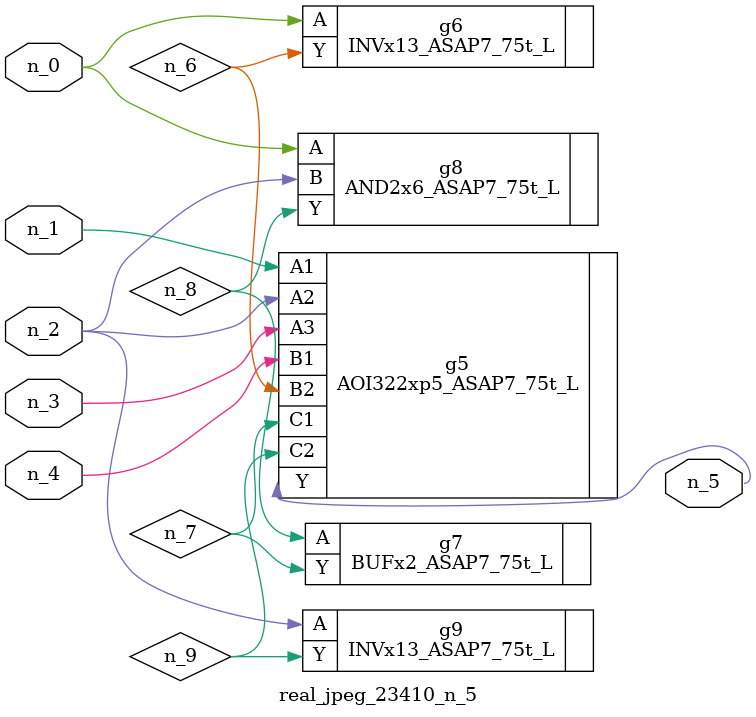
<source format=v>
module real_jpeg_23410_n_5 (n_4, n_0, n_1, n_2, n_3, n_5);

input n_4;
input n_0;
input n_1;
input n_2;
input n_3;

output n_5;

wire n_8;
wire n_6;
wire n_7;
wire n_9;

INVx13_ASAP7_75t_L g6 ( 
.A(n_0),
.Y(n_6)
);

AND2x6_ASAP7_75t_L g8 ( 
.A(n_0),
.B(n_2),
.Y(n_8)
);

AOI322xp5_ASAP7_75t_L g5 ( 
.A1(n_1),
.A2(n_2),
.A3(n_3),
.B1(n_4),
.B2(n_6),
.C1(n_7),
.C2(n_9),
.Y(n_5)
);

INVx13_ASAP7_75t_L g9 ( 
.A(n_2),
.Y(n_9)
);

BUFx2_ASAP7_75t_L g7 ( 
.A(n_8),
.Y(n_7)
);


endmodule
</source>
